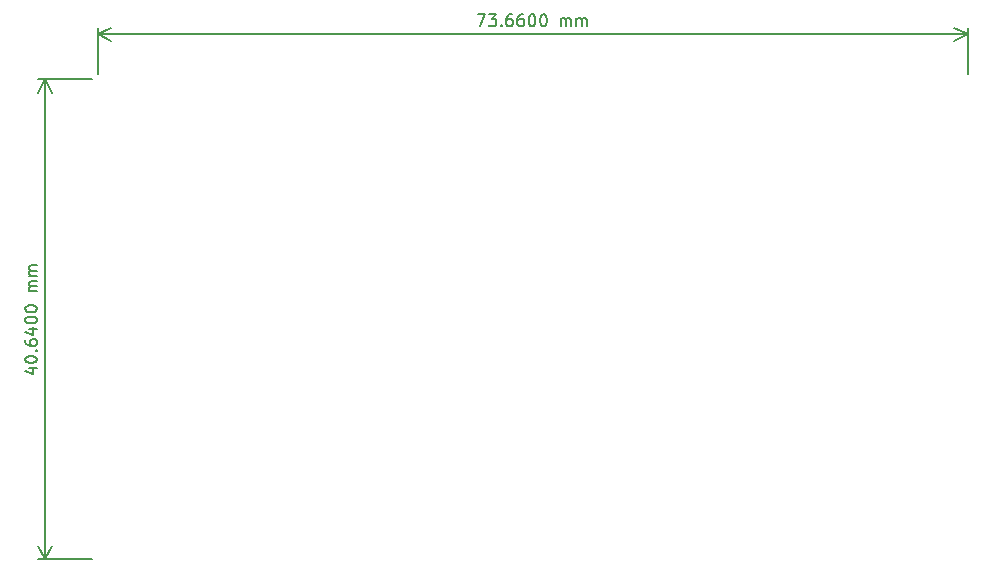
<source format=gbr>
%TF.GenerationSoftware,KiCad,Pcbnew,(6.0.4)*%
%TF.CreationDate,2022-04-25T19:14:18-07:00*%
%TF.ProjectId,SolarChargerV2,536f6c61-7243-4686-9172-67657256322e,rev?*%
%TF.SameCoordinates,Original*%
%TF.FileFunction,Legend,Bot*%
%TF.FilePolarity,Positive*%
%FSLAX46Y46*%
G04 Gerber Fmt 4.6, Leading zero omitted, Abs format (unit mm)*
G04 Created by KiCad (PCBNEW (6.0.4)) date 2022-04-25 19:14:18*
%MOMM*%
%LPD*%
G01*
G04 APERTURE LIST*
%ADD10C,0.150000*%
G04 APERTURE END LIST*
D10*
X88170714Y-75262857D02*
X88837380Y-75262857D01*
X87789761Y-75500952D02*
X88504047Y-75739047D01*
X88504047Y-75120000D01*
X87837380Y-74548571D02*
X87837380Y-74453333D01*
X87885000Y-74358095D01*
X87932619Y-74310476D01*
X88027857Y-74262857D01*
X88218333Y-74215238D01*
X88456428Y-74215238D01*
X88646904Y-74262857D01*
X88742142Y-74310476D01*
X88789761Y-74358095D01*
X88837380Y-74453333D01*
X88837380Y-74548571D01*
X88789761Y-74643809D01*
X88742142Y-74691428D01*
X88646904Y-74739047D01*
X88456428Y-74786666D01*
X88218333Y-74786666D01*
X88027857Y-74739047D01*
X87932619Y-74691428D01*
X87885000Y-74643809D01*
X87837380Y-74548571D01*
X88742142Y-73786666D02*
X88789761Y-73739047D01*
X88837380Y-73786666D01*
X88789761Y-73834285D01*
X88742142Y-73786666D01*
X88837380Y-73786666D01*
X87837380Y-72881904D02*
X87837380Y-73072380D01*
X87885000Y-73167619D01*
X87932619Y-73215238D01*
X88075476Y-73310476D01*
X88265952Y-73358095D01*
X88646904Y-73358095D01*
X88742142Y-73310476D01*
X88789761Y-73262857D01*
X88837380Y-73167619D01*
X88837380Y-72977142D01*
X88789761Y-72881904D01*
X88742142Y-72834285D01*
X88646904Y-72786666D01*
X88408809Y-72786666D01*
X88313571Y-72834285D01*
X88265952Y-72881904D01*
X88218333Y-72977142D01*
X88218333Y-73167619D01*
X88265952Y-73262857D01*
X88313571Y-73310476D01*
X88408809Y-73358095D01*
X88170714Y-71929523D02*
X88837380Y-71929523D01*
X87789761Y-72167619D02*
X88504047Y-72405714D01*
X88504047Y-71786666D01*
X87837380Y-71215238D02*
X87837380Y-71120000D01*
X87885000Y-71024761D01*
X87932619Y-70977142D01*
X88027857Y-70929523D01*
X88218333Y-70881904D01*
X88456428Y-70881904D01*
X88646904Y-70929523D01*
X88742142Y-70977142D01*
X88789761Y-71024761D01*
X88837380Y-71120000D01*
X88837380Y-71215238D01*
X88789761Y-71310476D01*
X88742142Y-71358095D01*
X88646904Y-71405714D01*
X88456428Y-71453333D01*
X88218333Y-71453333D01*
X88027857Y-71405714D01*
X87932619Y-71358095D01*
X87885000Y-71310476D01*
X87837380Y-71215238D01*
X87837380Y-70262857D02*
X87837380Y-70167619D01*
X87885000Y-70072380D01*
X87932619Y-70024761D01*
X88027857Y-69977142D01*
X88218333Y-69929523D01*
X88456428Y-69929523D01*
X88646904Y-69977142D01*
X88742142Y-70024761D01*
X88789761Y-70072380D01*
X88837380Y-70167619D01*
X88837380Y-70262857D01*
X88789761Y-70358095D01*
X88742142Y-70405714D01*
X88646904Y-70453333D01*
X88456428Y-70500952D01*
X88218333Y-70500952D01*
X88027857Y-70453333D01*
X87932619Y-70405714D01*
X87885000Y-70358095D01*
X87837380Y-70262857D01*
X88837380Y-68739047D02*
X88170714Y-68739047D01*
X88265952Y-68739047D02*
X88218333Y-68691428D01*
X88170714Y-68596190D01*
X88170714Y-68453333D01*
X88218333Y-68358095D01*
X88313571Y-68310476D01*
X88837380Y-68310476D01*
X88313571Y-68310476D02*
X88218333Y-68262857D01*
X88170714Y-68167619D01*
X88170714Y-68024761D01*
X88218333Y-67929523D01*
X88313571Y-67881904D01*
X88837380Y-67881904D01*
X88837380Y-67405714D02*
X88170714Y-67405714D01*
X88265952Y-67405714D02*
X88218333Y-67358095D01*
X88170714Y-67262857D01*
X88170714Y-67120000D01*
X88218333Y-67024761D01*
X88313571Y-66977142D01*
X88837380Y-66977142D01*
X88313571Y-66977142D02*
X88218333Y-66929523D01*
X88170714Y-66834285D01*
X88170714Y-66691428D01*
X88218333Y-66596190D01*
X88313571Y-66548571D01*
X88837380Y-66548571D01*
X93480000Y-91440000D02*
X88948580Y-91440000D01*
X93480000Y-50800000D02*
X88948580Y-50800000D01*
X89535000Y-91440000D02*
X89535000Y-50800000D01*
X89535000Y-91440000D02*
X89535000Y-50800000D01*
X89535000Y-91440000D02*
X90121421Y-90313496D01*
X89535000Y-91440000D02*
X88948579Y-90313496D01*
X89535000Y-50800000D02*
X88948579Y-51926504D01*
X89535000Y-50800000D02*
X90121421Y-51926504D01*
X126143333Y-45292380D02*
X126810000Y-45292380D01*
X126381428Y-46292380D01*
X127095714Y-45292380D02*
X127714761Y-45292380D01*
X127381428Y-45673333D01*
X127524285Y-45673333D01*
X127619523Y-45720952D01*
X127667142Y-45768571D01*
X127714761Y-45863809D01*
X127714761Y-46101904D01*
X127667142Y-46197142D01*
X127619523Y-46244761D01*
X127524285Y-46292380D01*
X127238571Y-46292380D01*
X127143333Y-46244761D01*
X127095714Y-46197142D01*
X128143333Y-46197142D02*
X128190952Y-46244761D01*
X128143333Y-46292380D01*
X128095714Y-46244761D01*
X128143333Y-46197142D01*
X128143333Y-46292380D01*
X129048095Y-45292380D02*
X128857619Y-45292380D01*
X128762380Y-45340000D01*
X128714761Y-45387619D01*
X128619523Y-45530476D01*
X128571904Y-45720952D01*
X128571904Y-46101904D01*
X128619523Y-46197142D01*
X128667142Y-46244761D01*
X128762380Y-46292380D01*
X128952857Y-46292380D01*
X129048095Y-46244761D01*
X129095714Y-46197142D01*
X129143333Y-46101904D01*
X129143333Y-45863809D01*
X129095714Y-45768571D01*
X129048095Y-45720952D01*
X128952857Y-45673333D01*
X128762380Y-45673333D01*
X128667142Y-45720952D01*
X128619523Y-45768571D01*
X128571904Y-45863809D01*
X130000476Y-45292380D02*
X129810000Y-45292380D01*
X129714761Y-45340000D01*
X129667142Y-45387619D01*
X129571904Y-45530476D01*
X129524285Y-45720952D01*
X129524285Y-46101904D01*
X129571904Y-46197142D01*
X129619523Y-46244761D01*
X129714761Y-46292380D01*
X129905238Y-46292380D01*
X130000476Y-46244761D01*
X130048095Y-46197142D01*
X130095714Y-46101904D01*
X130095714Y-45863809D01*
X130048095Y-45768571D01*
X130000476Y-45720952D01*
X129905238Y-45673333D01*
X129714761Y-45673333D01*
X129619523Y-45720952D01*
X129571904Y-45768571D01*
X129524285Y-45863809D01*
X130714761Y-45292380D02*
X130810000Y-45292380D01*
X130905238Y-45340000D01*
X130952857Y-45387619D01*
X131000476Y-45482857D01*
X131048095Y-45673333D01*
X131048095Y-45911428D01*
X131000476Y-46101904D01*
X130952857Y-46197142D01*
X130905238Y-46244761D01*
X130810000Y-46292380D01*
X130714761Y-46292380D01*
X130619523Y-46244761D01*
X130571904Y-46197142D01*
X130524285Y-46101904D01*
X130476666Y-45911428D01*
X130476666Y-45673333D01*
X130524285Y-45482857D01*
X130571904Y-45387619D01*
X130619523Y-45340000D01*
X130714761Y-45292380D01*
X131667142Y-45292380D02*
X131762380Y-45292380D01*
X131857619Y-45340000D01*
X131905238Y-45387619D01*
X131952857Y-45482857D01*
X132000476Y-45673333D01*
X132000476Y-45911428D01*
X131952857Y-46101904D01*
X131905238Y-46197142D01*
X131857619Y-46244761D01*
X131762380Y-46292380D01*
X131667142Y-46292380D01*
X131571904Y-46244761D01*
X131524285Y-46197142D01*
X131476666Y-46101904D01*
X131429047Y-45911428D01*
X131429047Y-45673333D01*
X131476666Y-45482857D01*
X131524285Y-45387619D01*
X131571904Y-45340000D01*
X131667142Y-45292380D01*
X133190952Y-46292380D02*
X133190952Y-45625714D01*
X133190952Y-45720952D02*
X133238571Y-45673333D01*
X133333809Y-45625714D01*
X133476666Y-45625714D01*
X133571904Y-45673333D01*
X133619523Y-45768571D01*
X133619523Y-46292380D01*
X133619523Y-45768571D02*
X133667142Y-45673333D01*
X133762380Y-45625714D01*
X133905238Y-45625714D01*
X134000476Y-45673333D01*
X134048095Y-45768571D01*
X134048095Y-46292380D01*
X134524285Y-46292380D02*
X134524285Y-45625714D01*
X134524285Y-45720952D02*
X134571904Y-45673333D01*
X134667142Y-45625714D01*
X134810000Y-45625714D01*
X134905238Y-45673333D01*
X134952857Y-45768571D01*
X134952857Y-46292380D01*
X134952857Y-45768571D02*
X135000476Y-45673333D01*
X135095714Y-45625714D01*
X135238571Y-45625714D01*
X135333809Y-45673333D01*
X135381428Y-45768571D01*
X135381428Y-46292380D01*
X93980000Y-50300000D02*
X93980000Y-46403580D01*
X167640000Y-50300000D02*
X167640000Y-46403580D01*
X93980000Y-46990000D02*
X167640000Y-46990000D01*
X93980000Y-46990000D02*
X167640000Y-46990000D01*
X93980000Y-46990000D02*
X95106504Y-47576421D01*
X93980000Y-46990000D02*
X95106504Y-46403579D01*
X167640000Y-46990000D02*
X166513496Y-46403579D01*
X167640000Y-46990000D02*
X166513496Y-47576421D01*
M02*

</source>
